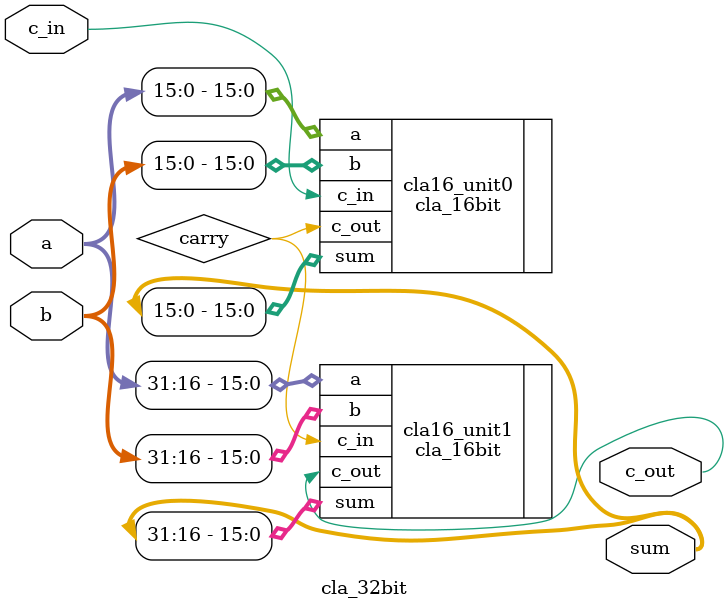
<source format=v>
`timescale 1ns / 1ns
module cla_32bit (
    input wire [31:0] a, b, // 32-bit inputs
    input wire c_in,        // carry in
    output wire [31:0] sum, // sum result
    output wire c_out       // carry out
    );
    
    wire carry; // carry signal between cla_16 units
    
    cla_16bit cla16_unit0 (
        .a(a[15:0]), .b(b[15:0]), // 4-bit inputs
        .c_in(c_in),
        .sum(sum[15:0]),
        .c_out(carry)
    );
    
    cla_16bit cla16_unit1 (
        .a(a[31:16]), .b(b[31:16]), // 4-bit inputs
        .c_in(carry),
        .sum(sum[31:16]),
        .c_out(c_out)
    );
    
endmodule

</source>
